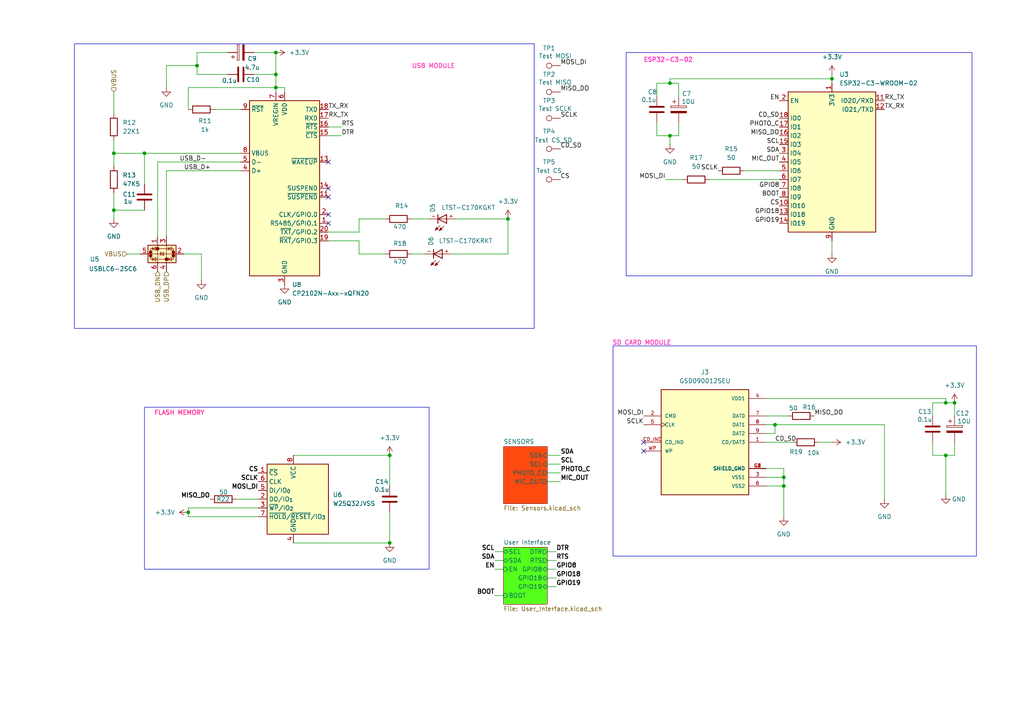
<source format=kicad_sch>
(kicad_sch (version 20250114) (generator "eeschema") (generator_version "9.0")
  (paper "A4")
  (title_block (title "ESP32 C3, USB, FLASH MEMORY") (date "2025-08-28") (comment 1 "Designed by-Er. Abhishek Yadav"))
  (lib_symbols
    (symbol "Connector:TestPoint" (pin_numbers (hide yes)) (pin_names (offset 0.762) (hide yes))
      (property "Reference" "TP" (at 0 6.858 0))
      (property "Value" "TestPoint" (at 0 5.08 0))
      (symbol "TestPoint_0_1"
        (circle (center 0 3.302) (radius 0.762))
      )
      (symbol "TestPoint_1_1"
        (pin passive line (at 0 0 90) (length 2.54) (name "1") (number "1"))
      )
    )
    (symbol "Device:C" (pin_numbers (hide yes)) (pin_names (offset 0.254))
      (property "Reference" "C" (at 0.635 2.54 0))
      (property "Value" "C" (at 0.635 -2.54 0))
      (symbol "C_0_1"
        (polyline (pts (xy -2.032 0.762) (xy 2.032 0.762)) (stroke (width 0.508)))
        (polyline (pts (xy -2.032 -0.762) (xy 2.032 -0.762)) (stroke (width 0.508)))
      )
      (symbol "C_1_1"
        (pin passive line (at 0 3.81 270) (length 2.794) (name "~") (number "1"))
        (pin passive line (at 0 -3.81 90) (length 2.794) (name "~") (number "2"))
      )
    )
    (symbol "Device:C_Polarized" (pin_numbers (hide yes)) (pin_names (offset 0.254))
      (property "Reference" "C" (at 0.635 2.54 0))
      (property "Value" "C_Polarized" (at 0.635 -2.54 0))
      (symbol "C_Polarized_0_1"
        (rectangle (start -2.286 0.508) (end 2.286 1.016))
        (polyline (pts (xy -1.778 2.286) (xy -0.762 2.286)))
        (polyline (pts (xy -1.27 2.794) (xy -1.27 1.778)))
        (rectangle (start 2.286 -0.508) (end -2.286 -1.016) (fill (type outline)))
      )
      (symbol "C_Polarized_1_1"
        (pin passive line (at 0 3.81 270) (length 2.794) (name "~") (number "1"))
        (pin passive line (at 0 -3.81 90) (length 2.794) (name "~") (number "2"))
      )
    )
    (symbol "Device:R" (pin_numbers (hide yes)) (pin_names (offset 0))
      (property "Reference" "R" (at 2.032 0 90))
      (property "Value" "R" (at 0 0 90))
      (symbol "R_0_1"
        (rectangle (start -1.016 -2.54) (end 1.016 2.54) (stroke (width 0.254)))
      )
      (symbol "R_1_1"
        (pin passive line (at 0 3.81 270) (length 1.27) (name "~") (number "1"))
        (pin passive line (at 0 -3.81 90) (length 1.27) (name "~") (number "2"))
      )
    )
    (symbol "GSD090012SEU:GSD090012SEU" (pin_names (offset 1.016))
      (property "Reference" "J" (at -12.7 16.002 0))
      (property "Value" "GSD090012SEU" (at -12.7 -17.78 0))
      (symbol "GSD090012SEU_0_0"
        (rectangle (start -12.7 -15.24) (end 12.7 15.24) (stroke (width 0.254)) (fill (type background)))
        (pin bidirectional line (at -17.78 7.62 0) (length 5.08) (name "CMD") (number "2"))
        (pin bidirectional clock (at -17.78 5.08 0) (length 5.08) (name "CLK") (number "5"))
        (pin passive line (at -17.78 0 0) (length 5.08) (name "CD_IND") (number "CD_IND"))
        (pin passive line (at -17.78 -2.54 0) (length 5.08) (name "WP") (number "WP"))
        (pin power_in line (at 17.78 12.7 180) (length 5.08) (name "VDD1") (number "4"))
        (pin bidirectional line (at 17.78 7.62 180) (length 5.08) (name "DAT0") (number "7"))
        (pin bidirectional line (at 17.78 5.08 180) (length 5.08) (name "DAT1") (number "8"))
        (pin bidirectional line (at 17.78 2.54 180) (length 5.08) (name "DAT2") (number "9"))
        (pin bidirectional line (at 17.78 0 180) (length 5.08) (name "CD/DAT3") (number "1"))
        (pin power_in line (at 17.78 -7.62 180) (length 5.08) (name "SHIELD_GND") (number "G1"))
        (pin power_in line (at 17.78 -7.62 180) (length 5.08) (name "SHIELD_GND") (number "G2"))
        (pin power_in line (at 17.78 -7.62 180) (length 5.08) (name "SHIELD_GND") (number "G3"))
        (pin power_in line (at 17.78 -7.62 180) (length 5.08) (name "SHIELD_GND") (number "G4"))
        (pin power_in line (at 17.78 -10.16 180) (length 5.08) (name "VSS1") (number "3"))
        (pin power_in line (at 17.78 -12.7 180) (length 5.08) (name "VSS2") (number "6"))
      )
    )
    (symbol "Interface_USB:CP2102N-Axx-xQFN20"
      (property "Reference" "U" (at -8.89 26.67 0))
      (property "Value" "CP2102N-Axx-xQFN20" (at 12.7 26.67 0))
      (symbol "CP2102N-Axx-xQFN20_0_1"
        (rectangle (start -10.16 25.4) (end 10.16 -25.4) (stroke (width 0.254)) (fill (type background)))
      )
      (symbol "CP2102N-Axx-xQFN20_1_1"
        (pin input line (at -12.7 22.86 0) (length 2.54) (name "~{RST}") (number "9"))
        (pin input line (at -12.7 10.16 0) (length 2.54) (name "VBUS") (number "8"))
        (pin bidirectional line (at -12.7 7.62 0) (length 2.54) (name "D-") (number "5"))
        (pin bidirectional line (at -12.7 5.08 0) (length 2.54) (name "D+") (number "4"))
        (pin no_connect line (at -10.16 -22.86 0) (length 2.54) (hide yes) (name "NC") (number "10"))
        (pin power_in line (at -2.54 27.94 270) (length 2.54) (name "VREGIN") (number "7"))
        (pin power_in line (at 0 27.94 270) (length 2.54) (name "VDD") (number "6"))
        (pin passive line (at 0 -27.94 90) (length 2.54) (hide yes) (name "GND") (number "12"))
        (pin passive line (at 0 -27.94 90) (length 2.54) (hide yes) (name "GND") (number "21"))
        (pin power_in line (at 0 -27.94 90) (length 2.54) (name "GND") (number "3"))
        (pin output line (at 12.7 22.86 180) (length 2.54) (name "TXD") (number "18"))
        (pin input line (at 12.7 20.32 180) (length 2.54) (name "RXD") (number "17"))
        (pin output line (at 12.7 17.78 180) (length 2.54) (name "~{RTS}") (number "16"))
        (pin input line (at 12.7 15.24 180) (length 2.54) (name "~{CTS}") (number "15"))
        (pin input line (at 12.7 7.62 180) (length 2.54) (name "~{WAKEUP}") (number "13"))
        (pin output line (at 12.7 0 180) (length 2.54) (name "SUSPEND") (number "14"))
        (pin output line (at 12.7 -2.54 180) (length 2.54) (name "~{SUSPEND}") (number "11"))
        (pin bidirectional line (at 12.7 -7.62 180) (length 2.54) (name "CLK/GPIO.0") (number "2"))
        (pin bidirectional line (at 12.7 -10.16 180) (length 2.54) (name "RS485/GPIO.1") (number "1"))
        (pin bidirectional line (at 12.7 -12.7 180) (length 2.54) (name "~{TXT}/GPIO.2") (number "20"))
        (pin bidirectional line (at 12.7 -15.24 180) (length 2.54) (name "~{RXT}/GPIO.3") (number "19"))
      )
    )
    (symbol "LTST-C170KGKT:LTST-C170KGKT" (pin_names (offset 1.016))
      (property "Reference" "D" (at -2.0353 4.0705 0))
      (property "Value" "LTST-C170KGKT" (at -2.0323 -5.7159 0))
      (symbol "LTST-C170KGKT_0_0"
        (polyline (pts (xy -0.762 3.302) (xy 0.127 2.921) (xy -0.381 2.413) (xy -0.762 3.302)) (stroke (width 0.1524)) (fill (type outline)))
        (polyline (pts (xy 0 0) (xy 0 1.27)) (stroke (width 0.254)))
        (polyline (pts (xy 0 0) (xy 2.54 1.27)) (stroke (width 0.254)))
        (polyline (pts (xy 0 -1.27) (xy 0 0)) (stroke (width 0.254)))
        (polyline (pts (xy 0.381 3.429) (xy 1.27 3.048) (xy 0.762 2.54) (xy 0.381 3.429)) (stroke (width 0.1524)) (fill (type outline)))
        (polyline (pts (xy 0.635 1.905) (xy -0.762 3.302)) (stroke (width 0.1524)))
        (polyline (pts (xy 1.778 2.032) (xy 0.381 3.429)) (stroke (width 0.1524)))
        (polyline (pts (xy 2.54 0) (xy 0 0)) (stroke (width 0.1524)))
        (polyline (pts (xy 2.54 0) (xy 2.54 1.27)) (stroke (width 0.254)))
        (polyline (pts (xy 2.54 -1.27) (xy 0 0)) (stroke (width 0.254)))
        (polyline (pts (xy 2.54 -1.27) (xy 2.54 0)) (stroke (width 0.254)))
        (pin passive line (at -2.54 0 0) (length 2.54) (name "~") (number "-"))
        (pin passive line (at 5.08 0 180) (length 2.54) (name "~") (number "+"))
      )
    )
    (symbol "LTST-C170KRKT:LTST-C170KRKT" (pin_names (offset 1.016))
      (property "Reference" "D" (at -2.0343 4.0686 0))
      (property "Value" "LTST-C170KRKT" (at -2.0325 -5.7164 0))
      (symbol "LTST-C170KRKT_0_0"
        (polyline (pts (xy -0.762 3.302) (xy 0.127 2.921) (xy -0.381 2.413) (xy -0.762 3.302)) (stroke (width 0.1524)) (fill (type outline)))
        (polyline (pts (xy 0 0) (xy 0 1.27)) (stroke (width 0.254)))
        (polyline (pts (xy 0 0) (xy 2.54 1.27)) (stroke (width 0.254)))
        (polyline (pts (xy 0 -1.27) (xy 0 0)) (stroke (width 0.254)))
        (polyline (pts (xy 0.381 3.429) (xy 1.27 3.048) (xy 0.762 2.54) (xy 0.381 3.429)) (stroke (width 0.1524)) (fill (type outline)))
        (polyline (pts (xy 0.635 1.905) (xy -0.762 3.302)) (stroke (width 0.1524)))
        (polyline (pts (xy 1.778 2.032) (xy 0.381 3.429)) (stroke (width 0.1524)))
        (polyline (pts (xy 2.54 0) (xy 0 0)) (stroke (width 0.1524)))
        (polyline (pts (xy 2.54 0) (xy 2.54 1.27)) (stroke (width 0.254)))
        (polyline (pts (xy 2.54 -1.27) (xy 0 0)) (stroke (width 0.254)))
        (polyline (pts (xy 2.54 -1.27) (xy 2.54 0)) (stroke (width 0.254)))
        (pin passive line (at -2.54 0 0) (length 2.54) (name "~") (number "-"))
        (pin passive line (at 5.08 0 180) (length 2.54) (name "~") (number "+"))
      )
    )
    (symbol "Memory_Flash:W25Q32JVSS"
      (property "Reference" "U" (at -6.35 11.43 0))
      (property "Value" "W25Q32JVSS" (at 7.62 11.43 0))
      (symbol "W25Q32JVSS_0_1"
        (rectangle (start -7.62 10.16) (end 10.16 -10.16) (stroke (width 0.254)) (fill (type background)))
      )
      (symbol "W25Q32JVSS_1_1"
        (pin input line (at -10.16 7.62 0) (length 2.54) (name "~{CS}") (number "1"))
        (pin input line (at -10.16 5.08 0) (length 2.54) (name "CLK") (number "6"))
        (pin bidirectional line (at -10.16 2.54 0) (length 2.54) (name "DI/IO_{0}") (number "5"))
        (pin bidirectional line (at -10.16 0 0) (length 2.54) (name "DO/IO_{1}") (number "2"))
        (pin bidirectional line (at -10.16 -2.54 0) (length 2.54) (name "~{WP}/IO_{2}") (number "3"))
        (pin bidirectional line (at -10.16 -5.08 0) (length 2.54) (name "~{HOLD}/~{RESET}/IO_{3}") (number "7"))
        (pin power_in line (at 0 12.7 270) (length 2.54) (name "VCC") (number "8"))
        (pin power_in line (at 0 -12.7 90) (length 2.54) (name "GND") (number "4"))
      )
    )
    (symbol "Power_Protection:USBLC6-2SC6" (pin_names (hide yes))
      (property "Reference" "U" (at 0.635 5.715 0))
      (property "Value" "USBLC6-2SC6" (at 0.635 3.81 0))
      (symbol "USBLC6-2SC6_0_0"
        (circle (center -1.524 0) (radius 0.0001) (stroke (width 0.508)))
        (circle (center -0.508 2.032) (radius 0.0001) (stroke (width 0.508)))
        (circle (center -0.508 -4.572) (radius 0.0001) (stroke (width 0.508)))
        (circle (center 0.508 2.032) (radius 0.0001) (stroke (width 0.508)))
        (circle (center 0.508 -4.572) (radius 0.0001) (stroke (width 0.508)))
        (circle (center 1.524 -2.54) (radius 0.0001) (stroke (width 0.508)))
      )
      (symbol "USBLC6-2SC6_0_1"
        (polyline (pts (xy -2.54 0) (xy 2.54 0)))
        (polyline (pts (xy -2.54 -2.54) (xy 2.54 -2.54)))
        (polyline (pts (xy -2.032 0.508) (xy -1.016 0.508) (xy -1.524 1.524) (xy -2.032 0.508)))
        (polyline (pts (xy -2.032 -3.048) (xy -1.016 -3.048)))
        (polyline (pts (xy -1.016 1.524) (xy -2.032 1.524)))
        (polyline (pts (xy -1.016 -4.064) (xy -2.032 -4.064) (xy -1.524 -3.048) (xy -1.016 -4.064)))
        (polyline (pts (xy -0.508 -1.143) (xy -0.508 -0.762) (xy 0.508 -0.762)))
        (polyline (pts (xy 0 2.54) (xy -0.508 2.032) (xy 0.508 2.032) (xy 0 1.524) (xy 0 -4.064) (xy -0.508 -4.572) (xy 0.508 -4.572) (xy 0 -5.08)))
        (polyline (pts (xy 0.508 -1.778) (xy -0.508 -1.778) (xy 0 -0.762) (xy 0.508 -1.778)))
        (polyline (pts (xy 1.016 1.524) (xy 2.032 1.524)))
        (polyline (pts (xy 1.016 -3.048) (xy 2.032 -3.048)))
        (polyline (pts (xy 2.032 0.508) (xy 1.016 0.508) (xy 1.524 1.524) (xy 2.032 0.508)))
        (polyline (pts (xy 2.032 -4.064) (xy 1.016 -4.064) (xy 1.524 -3.048) (xy 2.032 -4.064)))
      )
      (symbol "USBLC6-2SC6_1_1"
        (rectangle (start -2.54 2.794) (end 2.54 -5.334) (stroke (width 0.254)) (fill (type background)))
        (polyline (pts (xy -0.508 2.032) (xy -1.524 2.032) (xy -1.524 -4.572) (xy -0.508 -4.572)))
        (polyline (pts (xy 0.508 -4.572) (xy 1.524 -4.572) (xy 1.524 2.032) (xy 0.508 2.032)))
        (pin passive line (at -5.08 0 0) (length 2.54) (name "I/O1") (number "1"))
        (pin passive line (at -5.08 -2.54 0) (length 2.54) (name "I/O2") (number "3"))
        (pin passive line (at 0 5.08 270) (length 2.54) (name "VBUS") (number "5"))
        (pin passive line (at 0 -7.62 90) (length 2.54) (name "GND") (number "2"))
        (pin passive line (at 5.08 0 180) (length 2.54) (name "I/O1") (number "6"))
        (pin passive line (at 5.08 -2.54 180) (length 2.54) (name "I/O2") (number "4"))
      )
    )
    (symbol "RF_Module:ESP32-C3-WROOM-02"
      (property "Reference" "U" (at -12.192 21.336 0))
      (property "Value" "ESP32-C3-WROOM-02" (at 12.192 21.336 0))
      (symbol "ESP32-C3-WROOM-02_1_1"
        (rectangle (start -12.7 20.32) (end 12.7 -20.32) (stroke (width 0.254)) (fill (type background)))
        (pin input line (at -15.24 17.78 0) (length 2.54) (name "EN") (number "2"))
        (pin bidirectional line (at -15.24 12.7 0) (length 2.54) (name "IO0") (number "18"))
        (pin bidirectional line (at -15.24 10.16 0) (length 2.54) (name "IO1") (number "17"))
        (pin bidirectional line (at -15.24 7.62 0) (length 2.54) (name "IO2") (number "16"))
        (pin bidirectional line (at -15.24 5.08 0) (length 2.54) (name "IO3") (number "15"))
        (pin bidirectional line (at -15.24 2.54 0) (length 2.54) (name "IO4") (number "3"))
        (pin bidirectional line (at -15.24 0 0) (length 2.54) (name "IO5") (number "4"))
        (pin bidirectional line (at -15.24 -2.54 0) (length 2.54) (name "IO6") (number "5"))
        (pin bidirectional line (at -15.24 -5.08 0) (length 2.54) (name "IO7") (number "6"))
        (pin bidirectional line (at -15.24 -7.62 0) (length 2.54) (name "IO8") (number "7"))
        (pin bidirectional line (at -15.24 -10.16 0) (length 2.54) (name "IO9") (number "8"))
        (pin bidirectional line (at -15.24 -12.7 0) (length 2.54) (name "IO10") (number "10"))
        (pin bidirectional line (at -15.24 -15.24 0) (length 2.54) (name "IO18") (number "13"))
        (pin bidirectional line (at -15.24 -17.78 0) (length 2.54) (name "IO19") (number "14"))
        (pin power_in line (at 0 22.86 270) (length 2.54) (name "3V3") (number "1"))
        (pin passive line (at 0 -22.86 90) (length 2.54) (hide yes) (name "GND") (number "19"))
        (pin power_in line (at 0 -22.86 90) (length 2.54) (name "GND") (number "9"))
        (pin bidirectional line (at 15.24 17.78 180) (length 2.54) (name "IO20/RXD") (number "11"))
        (pin bidirectional line (at 15.24 15.24 180) (length 2.54) (name "IO21/TXD") (number "12"))
      )
    )
    (symbol "power:+3.3V" (power) (pin_numbers (hide yes)) (pin_names (offset 0) (hide yes))
      (property "Value" "+3.3V" (at 0 3.556 0))
      (symbol "+3.3V_0_1"
        (polyline (pts (xy -0.762 1.27) (xy 0 2.54)))
        (polyline (pts (xy 0 2.54) (xy 0.762 1.27)))
        (polyline (pts (xy 0 0) (xy 0 2.54)))
      )
      (symbol "+3.3V_1_1"
        (pin power_in line (at 0 0 90) (length 0) (name "~") (number "1"))
      )
    )
    (symbol "power:GND" (power) (pin_numbers (hide yes)) (pin_names (offset 0) (hide yes))
      (property "Value" "GND" (at 0 -3.81 0))
      (symbol "GND_0_1"
        (polyline (pts (xy 0 0) (xy 0 -1.27) (xy 1.27 -1.27) (xy 0 -2.54) (xy -1.27 -1.27) (xy 0 -1.27)))
      )
      (symbol "GND_1_1"
        (pin power_in line (at 0 0 270) (length 0) (name "~") (number "1"))
      )
    )
  )
  (rectangle (start 177.8 100.33) (end 283.21 161.29))
  (rectangle (start 181.61 15.24) (end 281.94 80.01))
  (rectangle (start 41.91 118.11) (end 124.46 165.1))
  (rectangle (start 21.59 12.7) (end 154.94 95.25))
  (text "SD CARD MODULE" (at 186.182 99.568 0) (effects (font (size 1.27 1.27) (thickness 0.254) (bold yes))))
  (text "ESP32-C3-02" (at 193.802 17.526 0) (effects (font (size 1.27 1.27) (thickness 0.254) (bold yes))))
  (text "FLASH MEMORY" (at 52.07 119.888 0) (effects (font (size 1.27 1.27) (thickness 0.254) (bold yes))))
  (text "USB MODULE" (at 125.73 19.304 0) (effects (font (size 1.27 1.27) (thickness 0.254) (bold yes))))
  (junction (at 41.91 44.45))
  (junction (at 227.33 138.43))
  (junction (at 80.01 21.59))
  (junction (at 33.02 44.45))
  (junction (at 194.31 24.13))
  (junction (at 274.32 116.84))
  (junction (at 194.31 39.37))
  (junction (at 241.3 22.86))
  (junction (at 113.03 157.48))
  (junction (at 113.03 132.08))
  (junction (at 224.79 123.19))
  (junction (at 33.02 60.96))
  (junction (at 227.33 140.97))
  (junction (at 54.61 148.59))
  (junction (at 274.32 132.08))
  (junction (at 80.01 15.24))
  (junction (at 147.32 63.5))
  (junction (at 276.86 116.84))
  (junction (at 80.01 25.4))
  (junction (at 57.15 19.05))
  (no_connect (at 186.69 130.81))
  (no_connect (at 95.25 64.77))
  (no_connect (at 95.25 57.15))
  (no_connect (at 186.69 128.27))
  (no_connect (at 95.25 54.61))
  (no_connect (at 95.25 62.23))
  (no_connect (at 95.25 46.99))
  (wire (pts (xy 143.51 162.56) (xy 146.05 162.56)))
  (wire (pts (xy 274.32 132.08) (xy 274.32 143.51)))
  (wire (pts (xy 36.83 73.66) (xy 40.64 73.66)))
  (wire (pts (xy 222.25 115.57) (xy 274.32 115.57)))
  (wire (pts (xy 57.15 19.05) (xy 57.15 21.59)))
  (wire (pts (xy 224.79 123.19) (xy 256.54 123.19)))
  (wire (pts (xy 276.86 116.84) (xy 276.86 120.65)))
  (wire (pts (xy 57.15 21.59) (xy 66.04 21.59)))
  (wire (pts (xy 158.75 162.56) (xy 161.29 162.56)))
  (wire (pts (xy 222.25 140.97) (xy 227.33 140.97)))
  (wire (pts (xy 57.15 15.24) (xy 57.15 19.05)))
  (wire (pts (xy 158.75 134.62) (xy 162.56 134.62)))
  (wire (pts (xy 57.15 19.05) (xy 48.26 19.05)))
  (wire (pts (xy 82.55 25.4) (xy 80.01 25.4)))
  (wire (pts (xy 158.75 167.64) (xy 161.29 167.64)))
  (wire (pts (xy 193.04 52.07) (xy 198.12 52.07)))
  (wire (pts (xy 194.31 39.37) (xy 196.85 39.37)))
  (wire (pts (xy 158.75 132.08) (xy 162.56 132.08)))
  (wire (pts (xy 190.5 24.13) (xy 194.31 24.13)))
  (wire (pts (xy 33.02 60.96) (xy 33.02 63.5)))
  (wire (pts (xy 54.61 149.86) (xy 74.93 149.86)))
  (wire (pts (xy 119.38 73.66) (xy 123.19 73.66)))
  (wire (pts (xy 241.3 21.59) (xy 241.3 22.86)))
  (wire (pts (xy 227.33 138.43) (xy 227.33 140.97)))
  (wire (pts (xy 53.34 73.66) (xy 58.42 73.66)))
  (wire (pts (xy 54.61 25.4) (xy 80.01 25.4)))
  (wire (pts (xy 194.31 39.37) (xy 194.31 41.91)))
  (wire (pts (xy 194.31 24.13) (xy 196.85 24.13)))
  (wire (pts (xy 227.33 135.89) (xy 227.33 138.43)))
  (wire (pts (xy 104.14 63.5) (xy 111.76 63.5)))
  (wire (pts (xy 158.75 139.7) (xy 162.56 139.7)))
  (wire (pts (xy 41.91 44.45) (xy 69.85 44.45)))
  (wire (pts (xy 190.5 35.56) (xy 190.5 39.37)))
  (wire (pts (xy 215.9 49.53) (xy 226.06 49.53)))
  (wire (pts (xy 119.38 63.5) (xy 124.46 63.5)))
  (wire (pts (xy 33.02 40.64) (xy 33.02 44.45)))
  (wire (pts (xy 62.23 31.75) (xy 69.85 31.75)))
  (wire (pts (xy 68.58 144.78) (xy 74.93 144.78)))
  (wire (pts (xy 95.25 39.37) (xy 99.06 39.37)))
  (wire (pts (xy 104.14 73.66) (xy 111.76 73.66)))
  (wire (pts (xy 74.93 147.32) (xy 54.61 147.32)))
  (wire (pts (xy 256.54 123.19) (xy 256.54 144.78)))
  (wire (pts (xy 241.3 22.86) (xy 241.3 24.13)))
  (wire (pts (xy 95.25 67.31) (xy 104.14 67.31)))
  (wire (pts (xy 241.3 69.85) (xy 241.3 73.66)))
  (wire (pts (xy 274.32 132.08) (xy 276.86 132.08)))
  (wire (pts (xy 190.5 27.94) (xy 190.5 24.13)))
  (wire (pts (xy 66.04 15.24) (xy 57.15 15.24)))
  (wire (pts (xy 143.51 172.72) (xy 146.05 172.72)))
  (wire (pts (xy 237.49 128.27) (xy 241.3 128.27)))
  (wire (pts (xy 224.79 125.73) (xy 224.79 123.19)))
  (wire (pts (xy 95.25 36.83) (xy 99.06 36.83)))
  (wire (pts (xy 33.02 60.96) (xy 41.91 60.96)))
  (wire (pts (xy 222.25 138.43) (xy 227.33 138.43)))
  (wire (pts (xy 190.5 39.37) (xy 194.31 39.37)))
  (wire (pts (xy 82.55 26.67) (xy 82.55 25.4)))
  (wire (pts (xy 104.14 67.31) (xy 104.14 63.5)))
  (wire (pts (xy 222.25 123.19) (xy 224.79 123.19)))
  (wire (pts (xy 41.91 44.45) (xy 41.91 53.34)))
  (wire (pts (xy 196.85 39.37) (xy 196.85 35.56)))
  (wire (pts (xy 95.25 69.85) (xy 104.14 69.85)))
  (wire (pts (xy 147.32 63.5) (xy 147.32 73.66)))
  (wire (pts (xy 80.01 25.4) (xy 80.01 21.59)))
  (wire (pts (xy 33.02 44.45) (xy 41.91 44.45)))
  (wire (pts (xy 48.26 49.53) (xy 48.26 68.58)))
  (wire (pts (xy 143.51 165.1) (xy 146.05 165.1)))
  (wire (pts (xy 158.75 170.18) (xy 161.29 170.18)))
  (wire (pts (xy 222.25 120.65) (xy 228.6 120.65)))
  (wire (pts (xy 205.74 52.07) (xy 226.06 52.07)))
  (wire (pts (xy 80.01 26.67) (xy 80.01 25.4)))
  (wire (pts (xy 104.14 69.85) (xy 104.14 73.66)))
  (wire (pts (xy 143.51 160.02) (xy 146.05 160.02)))
  (wire (pts (xy 69.85 49.53) (xy 48.26 49.53)))
  (wire (pts (xy 196.85 24.13) (xy 196.85 27.94)))
  (wire (pts (xy 158.75 165.1) (xy 161.29 165.1)))
  (wire (pts (xy 73.66 15.24) (xy 80.01 15.24)))
  (wire (pts (xy 54.61 148.59) (xy 54.61 149.86)))
  (wire (pts (xy 270.51 132.08) (xy 274.32 132.08)))
  (wire (pts (xy 227.33 140.97) (xy 227.33 149.86)))
  (wire (pts (xy 270.51 120.65) (xy 270.51 116.84)))
  (wire (pts (xy 194.31 22.86) (xy 194.31 24.13)))
  (wire (pts (xy 113.03 157.48) (xy 113.03 148.59)))
  (wire (pts (xy 85.09 157.48) (xy 113.03 157.48)))
  (wire (pts (xy 270.51 116.84) (xy 274.32 116.84)))
  (wire (pts (xy 222.25 128.27) (xy 229.87 128.27)))
  (wire (pts (xy 113.03 132.08) (xy 113.03 140.97)))
  (wire (pts (xy 270.51 128.27) (xy 270.51 132.08)))
  (wire (pts (xy 54.61 147.32) (xy 54.61 148.59)))
  (wire (pts (xy 80.01 15.24) (xy 80.01 21.59)))
  (wire (pts (xy 54.61 31.75) (xy 54.61 25.4)))
  (wire (pts (xy 132.08 63.5) (xy 147.32 63.5)))
  (wire (pts (xy 85.09 132.08) (xy 113.03 132.08)))
  (wire (pts (xy 274.32 116.84) (xy 276.86 116.84)))
  (wire (pts (xy 69.85 46.99) (xy 45.72 46.99)))
  (wire (pts (xy 58.42 73.66) (xy 58.42 81.28)))
  (wire (pts (xy 276.86 132.08) (xy 276.86 128.27)))
  (wire (pts (xy 222.25 125.73) (xy 224.79 125.73)))
  (wire (pts (xy 147.32 73.66) (xy 130.81 73.66)))
  (wire (pts (xy 45.72 46.99) (xy 45.72 68.58)))
  (wire (pts (xy 33.02 55.88) (xy 33.02 60.96)))
  (wire (pts (xy 274.32 115.57) (xy 274.32 116.84)))
  (wire (pts (xy 48.26 19.05) (xy 48.26 25.4)))
  (wire (pts (xy 33.02 26.67) (xy 33.02 33.02)))
  (wire (pts (xy 33.02 44.45) (xy 33.02 48.26)))
  (wire (pts (xy 158.75 137.16) (xy 162.56 137.16)))
  (wire (pts (xy 241.3 22.86) (xy 194.31 22.86)))
  (wire (pts (xy 222.25 135.89) (xy 227.33 135.89)))
  (wire (pts (xy 80.01 21.59) (xy 73.66 21.59)))
  (wire (pts (xy 158.75 160.02) (xy 161.29 160.02)))
  (label "BOOT" (at 143.51 172.72 180) (effects (font (thickness 0.254) (bold yes))))
  (label "MIC_OUT" (at 226.06 46.99 180) (effects (font (thickness 0.1588))))
  (label "MOSI_DI" (at 74.93 142.24 180) (effects (font (thickness 0.254) (bold yes))))
  (label "MISO_DO" (at 60.96 144.78 180) (effects (font (thickness 0.254) (bold yes))))
  (label "RTS" (at 161.29 162.56 0) (effects (font (thickness 0.254) (bold yes))))
  (label "CD_SD" (at 224.79 128.27 0))
  (label "CS" (at 226.06 59.69 180) (effects (font (thickness 0.1588))))
  (label "SDA" (at 226.06 44.45 180) (effects (font (thickness 0.1588))))
  (label "GPIO19" (at 226.06 64.77 180) (effects (font (thickness 0.1588))))
  (label "SCL" (at 143.51 160.02 180) (effects (font (thickness 0.254) (bold yes))))
  (label "GPIO8" (at 226.06 54.61 180) (effects (font (thickness 0.1588))))
  (label "BOOT" (at 226.06 57.15 180) (effects (font (thickness 0.1588))))
  (label "MOSI_DI" (at 186.69 120.65 180))
  (label "USB_D+" (at 53.34 49.53 0))
  (label "TX_RX" (at 256.54 31.75 0))
  (label "SCLK" (at 162.56 34.29 0))
  (label "RX_TX" (at 95.25 34.29 0))
  (label "PHOTO_C" (at 162.56 137.16 0) (effects (font (thickness 0.254) (bold yes))))
  (label "MOSI_DI" (at 162.56 19.05 0) (effects (font (thickness 0.1588))))
  (label "RTS" (at 99.06 36.83 0))
  (label "CS" (at 162.56 52.07 0))
  (label "SCLK" (at 186.69 123.19 180))
  (label "GPIO8" (at 161.29 165.1 0) (effects (font (thickness 0.254) (bold yes))))
  (label "RX_TX" (at 256.54 29.21 0))
  (label "MOSI_DI" (at 193.04 52.07 180))
  (label "GPIO19" (at 161.29 170.18 0) (effects (font (thickness 0.254) (bold yes))))
  (label "SCL" (at 162.56 134.62 0) (effects (font (thickness 0.254) (bold yes))))
  (label "SCLK" (at 74.93 139.7 180) (effects (font (thickness 0.254) (bold yes))))
  (label "MISO_DO" (at 236.22 120.65 0))
  (label "CD_SD" (at 226.06 34.29 180) (effects (font (thickness 0.1588))))
  (label "DTR" (at 161.29 160.02 0) (effects (font (thickness 0.254) (bold yes))))
  (label "GPIO18" (at 226.06 62.23 180) (effects (font (thickness 0.1588))))
  (label "GPIO18" (at 161.29 167.64 0) (effects (font (thickness 0.254) (bold yes))))
  (label "USB_D-" (at 52.07 46.99 0))
  (label "CS" (at 74.93 137.16 180) (effects (font (thickness 0.254) (bold yes))))
  (label "SCLK" (at 208.28 49.53 180) (effects (font (thickness 0.1588))))
  (label "CD_SD" (at 162.56 43.18 0))
  (label "SDA" (at 143.51 162.56 180) (effects (font (thickness 0.254) (bold yes))))
  (label "MIC_OUT" (at 162.56 139.7 0) (effects (font (thickness 0.254) (bold yes))))
  (label "MISO_DO" (at 226.06 39.37 180) (effects (font (thickness 0.1588))))
  (label "SCL" (at 226.06 41.91 180) (effects (font (thickness 0.1588))))
  (label "SDA" (at 162.56 132.08 0) (effects (font (thickness 0.254) (bold yes))))
  (label "PHOTO_C" (at 226.06 36.83 180) (effects (font (thickness 0.1588))))
  (label "TX_RX" (at 95.25 31.75 0))
  (label "MISO_DO" (at 162.56 26.67 0))
  (label "DTR" (at 99.06 39.37 0))
  (label "EN" (at 143.51 165.1 180) (effects (font (thickness 0.254) (bold yes))))
  (label "EN" (at 226.06 29.21 180) (effects (font (thickness 0.1588))))
  (hierarchical_label "VBUS" (shape input) (at 36.83 73.66 180))
  (hierarchical_label "VBUS" (shape input) (at 33.02 26.67 90))
  (hierarchical_label "USB_DN" (shape input) (at 45.72 78.74 270))
  (hierarchical_label "USB_DP" (shape input) (at 48.26 78.74 270))
  (symbol (lib_id "power:GND") (at 227.33 149.86 0) (unit 1)
    (property "Reference" "#PWR027" (effects (hide yes)))
    (property "Value" "GND" (at 227.33 154.94 0))
    (property "Description" "Power symbol creates a global label with name \"GND\" , ground" (effects (hide yes)))
  )
  (symbol (lib_id "Device:R") (at 232.41 120.65 90) (unit 1)
    (property "Reference" "R16" (at 234.696 118.11 90))
    (property "Value" "50" (at 230.124 118.364 90))
    (property "Footprint" "Resistor_SMD:R_0805_2012Metric" (effects (hide yes)))
    (property "Description" "Resistor" (effects (hide yes)))
  )
  (symbol (lib_id "Device:C_Polarized") (at 196.85 31.75 0) (unit 1)
    (property "Reference" "C7" (at 199.136 27.178 0))
    (property "Value" "10U" (at 199.644 29.464 0))
    (property "Footprint" "Capacitor_Tantalum_SMD:CP_EIA-3528-21_Kemet-B" (effects (hide yes)))
    (property "Description" "Polarized capacitor" (effects (hide yes)))
  )
  (symbol (lib_id "Connector:TestPoint") (at 162.56 26.67 90) (unit 1)
    (property "Reference" "TP2" (at 159.258 21.59 90))
    (property "Value" "Test MISO" (at 161.036 23.876 90))
    (property "Footprint" "TestPoint:TestPoint_Pad_D1.0mm" (effects (hide yes)))
    (property "Description" "test point" (effects (hide yes)))
  )
  (symbol (lib_id "Device:R") (at 233.68 128.27 90) (unit 1)
    (property "Reference" "R19" (at 230.886 131.064 90))
    (property "Value" "10k" (at 235.966 131.318 90))
    (property "Footprint" "Resistor_SMD:R_0805_2012Metric" (effects (hide yes)))
    (property "Description" "Resistor" (effects (hide yes)))
  )
  (symbol (lib_id "LTST-C170KGKT:LTST-C170KGKT") (at 127 63.5 0) (mirror x) (unit 1)
    (property "Reference" "D5" (at 125.476 58.928 90) (effects (justify left)))
    (property "Value" "LTST-C170KGKT" (at 128.016 60.198 0) (effects (justify left)))
    (property "Footprint" "LTST-C170KGKT:DIOC200X125X110" (effects (hide yes)))
    (property "MF" "Lite-On Inc." (effects (hide yes)))
    (property "Description_1" "Green 571nm LED Indication - Discrete 2V 0805 (2012 Metric)" (effects (hide yes)))
    (property "Package" "0805 Lite-On" (effects (hide yes)))
    (property "Price" "None" (effects (hide yes)))
    (property "Check_prices" "https://www.snapeda.com/parts/LTST-C170KGKT/Lite-On/view-part/?ref=eda" (effects (hide yes)))
    (property "SnapEDA_Link" "https://www.snapeda.com/parts/LTST-C170KGKT/Lite-On/view-part/?ref=snap" (effects (hide yes)))
    (property "MP" "LTST-C170KGKT" (effects (hide yes)))
    (property "Availability" "In Stock" (effects (hide yes)))
    (property "MANUFACTURER" "LiteOn" (effects (hide yes)))
  )
  (symbol (lib_id "Connector:TestPoint") (at 162.56 52.07 90) (unit 1)
    (property "Reference" "TP5" (at 159.258 46.99 90))
    (property "Value" "Test CS" (at 159.258 49.53 90))
    (property "Footprint" "TestPoint:TestPoint_Pad_D1.0mm" (effects (hide yes)))
    (property "Description" "test point" (effects (hide yes)))
  )
  (symbol (lib_id "power:GND") (at 256.54 144.78 0) (unit 1)
    (property "Reference" "#PWR028" (effects (hide yes)))
    (property "Value" "GND" (at 256.54 149.86 0))
    (property "Description" "Power symbol creates a global label with name \"GND\" , ground" (effects (hide yes)))
  )
  (symbol (lib_id "Device:R") (at 212.09 49.53 90) (unit 1)
    (property "Reference" "R15" (at 212.09 43.18 90))
    (property "Value" "50" (at 212.09 45.72 90))
    (property "Footprint" "Resistor_SMD:R_0805_2012Metric" (effects (hide yes)))
    (property "Description" "Resistor" (effects (hide yes)))
  )
  (symbol (lib_id "Device:R") (at 33.02 52.07 0) (unit 1)
    (property "Reference" "R13" (at 35.56 50.7999 0) (effects (justify left)))
    (property "Value" "47K5" (at 35.56 53.3399 0) (effects (justify left)))
    (property "Footprint" "Resistor_SMD:R_0805_2012Metric" (effects (hide yes)))
    (property "Description" "Resistor" (effects (hide yes)))
  )
  (symbol (lib_id "power:+3.3V") (at 241.3 21.59 0) (unit 1)
    (property "Reference" "#PWR024" (effects (hide yes)))
    (property "Value" "+3.3V" (at 241.3 16.51 0))
    (property "Description" "Power symbol creates a global label with name \"+3.3V\"" (effects (hide yes)))
  )
  (symbol (lib_id "Device:C_Polarized") (at 276.86 124.46 0) (unit 1)
    (property "Reference" "C12" (at 279.146 119.888 0))
    (property "Value" "10U" (at 279.654 122.174 0))
    (property "Footprint" "Capacitor_Tantalum_SMD:CP_EIA-3528-21_Kemet-B" (effects (hide yes)))
    (property "Description" "Polarized capacitor" (effects (hide yes)))
  )
  (symbol (lib_id "Device:R") (at 58.42 31.75 90) (unit 1)
    (property "Reference" "R11" (at 59.436 35.052 90))
    (property "Value" "1k" (at 59.436 37.592 90))
    (property "Footprint" "Resistor_SMD:R_0805_2012Metric" (effects (hide yes)))
    (property "Description" "Resistor" (effects (hide yes)))
  )
  (symbol (lib_id "Interface_USB:CP2102N-Axx-xQFN20") (at 82.55 54.61 0) (unit 1)
    (property "Reference" "U8" (at 84.6933 82.55 0) (effects (justify left)))
    (property "Value" "CP2102N-Axx-xQFN20" (at 84.6933 85.09 0) (effects (justify left)))
    (property "Footprint" "Package_DFN_QFN:SiliconLabs_QFN-20-1EP_3x3mm_P0.5mm_EP1.8x1.8mm_ThermalVias" (effects (hide yes)))
    (property "Datasheet" "https://www.silabs.com/documents/public/data-sheets/cp2102n-datasheet.pdf" (effects (hide yes)))
    (property "Description" "USB to UART master bridge, QFN-20" (effects (hide yes)))
  )
  (symbol (lib_id "power:+3.3V") (at 147.32 63.5 0) (unit 1)
    (property "Reference" "#PWR023" (effects (hide yes)))
    (property "Value" "+3.3V" (at 147.32 58.42 0))
    (property "Description" "Power symbol creates a global label with name \"+3.3V\"" (effects (hide yes)))
  )
  (symbol (lib_id "Connector:TestPoint") (at 162.56 34.29 90) (unit 1)
    (property "Reference" "TP3" (at 159.258 29.21 90))
    (property "Value" "Test SCLK" (at 161.036 31.496 90))
    (property "Footprint" "TestPoint:TestPoint_Pad_D1.0mm" (effects (hide yes)))
    (property "Description" "test point" (effects (hide yes)))
  )
  (symbol (lib_id "Connector:TestPoint") (at 162.56 43.18 90) (unit 1)
    (property "Reference" "TP4" (at 159.258 38.1 90))
    (property "Value" "Test CS_SD" (at 160.528 40.64 90))
    (property "Footprint" "TestPoint:TestPoint_Pad_D1.0mm" (effects (hide yes)))
    (property "Description" "test point" (effects (hide yes)))
  )
  (symbol (lib_id "power:+3.3V") (at 80.01 15.24 270) (unit 1)
    (property "Reference" "#PWR022" (effects (hide yes)))
    (property "Value" "+3.3V" (at 83.82 15.2399 90) (effects (justify left)))
    (property "Description" "Power symbol creates a global label with name \"+3.3V\"" (effects (hide yes)))
  )
  (symbol (lib_id "power:+3.3V") (at 241.3 128.27 270) (unit 1)
    (property "Reference" "#PWR031" (effects (hide yes)))
    (property "Value" "+3.3V" (at 245.11 128.2699 90) (effects (justify left)))
    (property "Description" "Power symbol creates a global label with name \"+3.3V\"" (effects (hide yes)))
  )
  (symbol (lib_id "Device:C_Polarized") (at 69.85 15.24 90) (unit 1)
    (property "Reference" "C9" (at 73.152 17.018 90))
    (property "Value" "4.7u" (at 73.152 19.558 90))
    (property "Footprint" "Capacitor_Tantalum_SMD:CP_EIA-3528-21_Kemet-B" (effects (hide yes)))
    (property "Description" "Polarized capacitor" (effects (hide yes)))
  )
  (symbol (lib_id "Device:C") (at 190.5 31.75 0) (unit 1)
    (property "Reference" "C8" (at 189.23 26.67 0))
    (property "Value" "0.1u" (at 188.214 28.956 0))
    (property "Footprint" "Capacitor_SMD:C_0805_2012Metric" (effects (hide yes)))
    (property "Description" "Unpolarized capacitor" (effects (hide yes)))
  )
  (symbol (lib_id "GSD090012SEU:GSD090012SEU") (at 204.47 128.27 0) (unit 1)
    (property "Reference" "J3" (at 204.47 107.95 0))
    (property "Value" "GSD090012SEU" (at 204.47 110.49 0))
    (property "Footprint" "GSD090012SEU:AMPHENOL_GSD090012SEU" (effects (hide yes)))
    (property "MF" "Amphenol" (effects (hide yes)))
    (property "MAXIMUM_PACKAGE_HEIGHT" "2.95mm" (effects (hide yes)))
    (property "Package" "None" (effects (hide yes)))
    (property "Price" "None" (effects (hide yes)))
    (property "Check_prices" "https://www.snapeda.com/parts/GSD090012SEU/Amphenol/view-part/?ref=eda" (effects (hide yes)))
    (property "STANDARD" "Manufacturer Recommendations" (effects (hide yes)))
    (property "PARTREV" "E" (effects (hide yes)))
    (property "SnapEDA_Link" "https://www.snapeda.com/parts/GSD090012SEU/Amphenol/view-part/?ref=snap" (effects (hide yes)))
    (property "MP" "GSD090012SEU" (effects (hide yes)))
    (property "Description_1" "Micro SD and SD Card Sockets, Input Output Connectors, SD Socket,9 Position,SMT" (effects (hide yes)))
    (property "Availability" "In Stock" (effects (hide yes)))
    (property "MANUFACTURER" "Amphenol" (effects (hide yes)))
  )
  (symbol (lib_id "Device:R") (at 33.02 36.83 0) (unit 1)
    (property "Reference" "R12" (at 35.56 35.5599 0) (effects (justify left)))
    (property "Value" "22K1" (at 35.56 38.0999 0) (effects (justify left)))
    (property "Footprint" "Resistor_SMD:R_0805_2012Metric" (effects (hide yes)))
    (property "Description" "Resistor" (effects (hide yes)))
  )
  (symbol (lib_id "Device:C") (at 41.91 57.15 0) (unit 1)
    (property "Reference" "C11" (at 35.56 56.388 0) (effects (justify left)))
    (property "Value" "1u" (at 35.814 58.42 0) (effects (justify left)))
    (property "Footprint" "Capacitor_SMD:C_0805_2012Metric" (effects (hide yes)))
    (property "Description" "Unpolarized capacitor" (effects (hide yes)))
  )
  (symbol (lib_id "RF_Module:ESP32-C3-WROOM-02") (at 241.3 46.99 0) (unit 1)
    (property "Reference" "U3" (at 243.4433 21.59 0) (effects (justify left)))
    (property "Value" "ESP32-C3-WROOM-02" (at 243.4433 24.13 0) (effects (justify left)))
    (property "Footprint" "RF_Module:ESP32-C3-WROOM-02" (effects (hide yes)))
    (property "Datasheet" "https://www.espressif.com/sites/default/files/documentation/esp32-c3-wroom-02_datasheet_en.pdf" (effects (hide yes)))
    (property "Description" "802.11 b/g/n Wi­Fi and Bluetooth 5 module, ESP32­C3 SoC, RISC­V microprocessor, On-board antenna" (effects (hide yes)))
  )
  (symbol (lib_id "power:+3.3V") (at 54.61 148.59 90) (unit 1)
    (property "Reference" "#PWR032" (effects (hide yes)))
    (property "Value" "+3.3V" (at 50.8 148.5899 90) (effects (justify left)))
    (property "Description" "Power symbol creates a global label with name \"+3.3V\"" (effects (hide yes)))
  )
  (symbol (lib_id "Device:R") (at 201.93 52.07 90) (unit 1)
    (property "Reference" "R17" (at 201.93 45.72 90))
    (property "Value" "50" (at 201.93 48.26 90))
    (property "Footprint" "Resistor_SMD:R_0805_2012Metric" (effects (hide yes)))
    (property "Description" "Resistor" (effects (hide yes)))
  )
  (symbol (lib_id "Power_Protection:USBLC6-2SC6") (at 45.72 73.66 90) (mirror x) (unit 1)
    (property "Reference" "U5" (at 27.432 75.184 90))
    (property "Value" "USBLC6-2SC6" (at 32.766 77.978 90))
    (property "Footprint" "Package_TO_SOT_SMD:SOT-23-6" (effects (hide yes)))
    (property "Datasheet" "https://www.st.com/resource/en/datasheet/usblc6-2.pdf" (effects (hide yes)))
    (property "Description" "Very low capacitance ESD protection diode, 2 data-line, SOT-23-6" (effects (hide yes)))
  )
  (symbol (lib_id "power:GND") (at 58.42 81.28 0) (unit 1)
    (property "Reference" "#PWR018" (effects (hide yes)))
    (property "Value" "GND" (at 58.42 86.36 0))
    (property "Description" "Power symbol creates a global label with name \"GND\" , ground" (effects (hide yes)))
  )
  (symbol (lib_id "power:GND") (at 274.32 143.51 0) (unit 1)
    (property "Reference" "#PWR029" (effects (hide yes)))
    (property "Value" "GND" (at 278.13 144.78 0))
    (property "Description" "Power symbol creates a global label with name \"GND\" , ground" (effects (hide yes)))
  )
  (symbol (lib_id "Connector:TestPoint") (at 162.56 19.05 90) (unit 1)
    (property "Reference" "TP1" (at 159.258 13.97 90))
    (property "Value" "Test MOSI" (at 161.036 16.256 90))
    (property "Footprint" "TestPoint:TestPoint_Pad_D1.0mm" (effects (hide yes)))
    (property "Description" "test point" (effects (hide yes)))
  )
  (symbol (lib_id "Device:C") (at 113.03 144.78 0) (unit 1)
    (property "Reference" "C14" (at 110.744 139.7 0))
    (property "Value" "0.1u" (at 110.744 141.986 0))
    (property "Footprint" "Capacitor_SMD:C_0805_2012Metric" (effects (hide yes)))
    (property "Description" "Unpolarized capacitor" (effects (hide yes)))
  )
  (symbol (lib_id "Device:R") (at 115.57 63.5 270) (mirror x) (unit 1)
    (property "Reference" "R14" (at 114.554 59.69 90) (effects (justify left)))
    (property "Value" "470" (at 114.046 65.786 90) (effects (justify left)))
    (property "Footprint" "Resistor_SMD:R_0805_2012Metric" (effects (hide yes)))
    (property "Description" "Resistor" (effects (hide yes)))
  )
  (symbol (lib_id "Device:C") (at 69.85 21.59 90) (unit 1)
    (property "Reference" "C10" (at 73.406 23.114 90))
    (property "Value" "0.1u" (at 66.548 23.368 90))
    (property "Footprint" "Capacitor_SMD:C_0805_2012Metric" (effects (hide yes)))
    (property "Description" "Unpolarized capacitor" (effects (hide yes)))
  )
  (symbol (lib_id "LTST-C170KRKT:LTST-C170KRKT") (at 125.73 73.66 0) (mirror x) (unit 1)
    (property "Reference" "D6" (at 124.968 68.58 90) (effects (justify left)))
    (property "Value" "LTST-C170KRKT" (at 127.254 69.85 0) (effects (justify left)))
    (property "Footprint" "LTST-C170KRKT:DIOC200X125X110" (effects (hide yes)))
    (property "MF" "Lite-On Inc." (effects (hide yes)))
    (property "Description_1" "Red 631nm LED Indication - Discrete 2V 0805 (2012 Metric)" (effects (hide yes)))
    (property "Package" "0805 Lite-On" (effects (hide yes)))
    (property "Price" "None" (effects (hide yes)))
    (property "Check_prices" "https://www.snapeda.com/parts/LTST-C170KRKT/Lite-On/view-part/?ref=eda" (effects (hide yes)))
    (property "SnapEDA_Link" "https://www.snapeda.com/parts/LTST-C170KRKT/Lite-On/view-part/?ref=snap" (effects (hide yes)))
    (property "MP" "LTST-C170KRKT" (effects (hide yes)))
    (property "Availability" "In Stock" (effects (hide yes)))
    (property "MANUFACTURER" "LiteOn" (effects (hide yes)))
  )
  (symbol (lib_id "Device:R") (at 64.77 144.78 270) (mirror x) (unit 1)
    (property "Reference" "R22" (at 62.738 144.78 90) (effects (justify left)))
    (property "Value" "50" (at 63.5 142.748 90) (effects (justify left)))
    (property "Footprint" "Resistor_SMD:R_0805_2012Metric" (effects (hide yes)))
    (property "Description" "Resistor" (effects (hide yes)))
  )
  (symbol (lib_id "Device:R") (at 115.57 73.66 270) (mirror x) (unit 1)
    (property "Reference" "R18" (at 114.046 70.612 90) (effects (justify left)))
    (property "Value" "470" (at 114.046 75.946 90) (effects (justify left)))
    (property "Footprint" "Resistor_SMD:R_0805_2012Metric" (effects (hide yes)))
    (property "Description" "Resistor" (effects (hide yes)))
  )
  (symbol (lib_id "power:+3.3V") (at 276.86 116.84 0) (unit 1)
    (property "Reference" "#PWR030" (effects (hide yes)))
    (property "Value" "+3.3V" (at 276.86 111.76 0))
    (property "Description" "Power symbol creates a global label with name \"+3.3V\"" (effects (hide yes)))
  )
  (symbol (lib_id "Device:C") (at 270.51 124.46 0) (unit 1)
    (property "Reference" "C13" (at 268.224 119.38 0))
    (property "Value" "0.1u" (at 268.224 121.666 0))
    (property "Footprint" "Capacitor_SMD:C_0805_2012Metric" (effects (hide yes)))
    (property "Description" "Unpolarized capacitor" (effects (hide yes)))
  )
  (symbol (lib_id "Memory_Flash:W25Q32JVSS") (at 85.09 144.78 0) (unit 1)
    (property "Reference" "U6" (at 96.52 143.5099 0) (effects (justify left)))
    (property "Value" "W25Q32JVSS" (at 96.52 146.0499 0) (effects (justify left)))
    (property "Footprint" "Package_SO:SOIC-8_5.3x5.3mm_P1.27mm" (effects (hide yes)))
    (property "Datasheet" "http://www.winbond.com/resource-files/w25q32jv%20revg%2003272018%20plus.pdf" (effects (hide yes)))
    (property "Description" "32Mbit / 4MiB Serial Flash Memory, Standard/Dual/Quad SPI, 2.7-3.6V, SOIC-8 (208 mil)" (effects (hide yes)))
  )
  (symbol (lib_id "power:GND") (at 241.3 73.66 0) (unit 1)
    (property "Reference" "#PWR025" (effects (hide yes)))
    (property "Value" "GND" (at 241.3 78.74 0))
    (property "Description" "Power symbol creates a global label with name \"GND\" , ground" (effects (hide yes)))
  )
  (symbol (lib_id "power:GND") (at 33.02 63.5 0) (unit 1)
    (property "Reference" "#PWR019" (effects (hide yes)))
    (property "Value" "GND" (at 33.02 68.58 0))
    (property "Description" "Power symbol creates a global label with name \"GND\" , ground" (effects (hide yes)))
  )
  (symbol (lib_id "power:GND") (at 113.03 157.48 0) (unit 1)
    (property "Reference" "#PWR033" (effects (hide yes)))
    (property "Value" "GND" (at 113.03 162.56 0))
    (property "Description" "Power symbol creates a global label with name \"GND\" , ground" (effects (hide yes)))
  )
  (symbol (lib_id "power:GND") (at 82.55 82.55 0) (unit 1)
    (property "Reference" "#PWR020" (effects (hide yes)))
    (property "Value" "GND" (at 82.55 87.63 0))
    (property "Description" "Power symbol creates a global label with name \"GND\" , ground" (effects (hide yes)))
  )
  (symbol (lib_id "power:GND") (at 48.26 25.4 0) (unit 1)
    (property "Reference" "#PWR021" (effects (hide yes)))
    (property "Value" "GND" (at 48.26 30.48 0))
    (property "Description" "Power symbol creates a global label with name \"GND\" , ground" (effects (hide yes)))
  )
  (symbol (lib_id "power:GND") (at 194.31 41.91 0) (unit 1)
    (property "Reference" "#PWR026" (effects (hide yes)))
    (property "Value" "GND" (at 194.31 46.99 0))
    (property "Description" "Power symbol creates a global label with name \"GND\" , ground" (effects (hide yes)))
  )
  (symbol (lib_id "power:+3.3V") (at 113.03 132.08 0) (unit 1)
    (property "Reference" "#PWR034" (effects (hide yes)))
    (property "Value" "+3.3V" (at 113.03 127 0))
    (property "Description" "Power symbol creates a global label with name \"+3.3V\"" (effects (hide yes)))
  )
  (sheet (at 146.05 129.54) (size 12.7 16.51) (stroke (width 0.1524)) (fill (color 255 74 15 1.0000))
    (property "Sheetname" "SENSORS" (at 146.05 128.8284 0) (effects (justify left bottom)))
    (property "Sheetfile" "Sensors.kicad_sch" (at 146.05 146.6346 0) (effects (justify left top)))
    (pin "MIC_OUT" output (at 158.75 139.7 0))
    (pin "PHOTO_C" output (at 158.75 137.16 0))
    (pin "SCL" input (at 158.75 134.62 0))
    (pin "SDA" input (at 158.75 132.08 0))
  )
  (sheet (at 146.05 158.75) (size 12.7 16.51) (stroke (width 0.1524)) (fill (color 84 255 28 1.0000))
    (property "Sheetname" "User Interface" (at 146.05 158.0384 0) (effects (justify left bottom)))
    (property "Sheetfile" "User_Interface.kicad_sch" (at 146.05 175.8446 0) (effects (justify left top)))
    (pin "BOOT" input (at 146.05 172.72 180))
    (pin "DTR" output (at 158.75 160.02 0))
    (pin "EN" input (at 146.05 165.1 180))
    (pin "GPIO8" bidirectional (at 158.75 165.1 0))
    (pin "GPIO18" bidirectional (at 158.75 167.64 0))
    (pin "GPIO19" bidirectional (at 158.75 170.18 0))
    (pin "RTS" output (at 158.75 162.56 0))
    (pin "SCL" bidirectional (at 146.05 160.02 180))
    (pin "SDA" bidirectional (at 146.05 162.56 180))
  )
)
</source>
